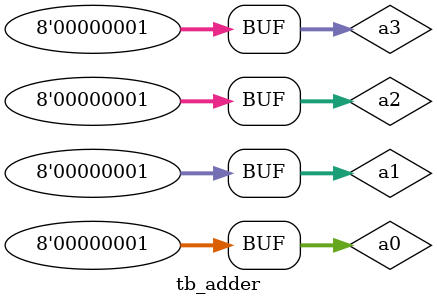
<source format=v>
module tb_adder();
reg [0:7] a0,a1,a2,a3;
wire [0:7] sum;
adder i1(.a0(a0),.a1(a1),.a2(a2),.a3(a3),.sum(sum));
initial begin
a0<=8'b00000000;a1<=8'b00000000;a2<=8'b00000000;a3<=8'b00000000;
#100;a0<=8'b00000001;a1<=8'b00000001;a2<=8'b00000001;a3<=8'b00000001;
#100;a0<=8'b00000010;a1<=8'b00000010;a2<=8'b00000010;a3<=8'b00000010;
#100;a0<=8'b00000100;a1<=8'b00000100;a2<=8'b00000100;a3<=8'b00000100;
#100;a0<=8'b00000010;a1<=8'b00000010;a2<=8'b00000010;a3<=8'b00000010;
#100;a0<=8'b00000001;a1<=8'b00000001;a2<=8'b00000001;a3<=8'b00000001;
end
endmodule

</source>
